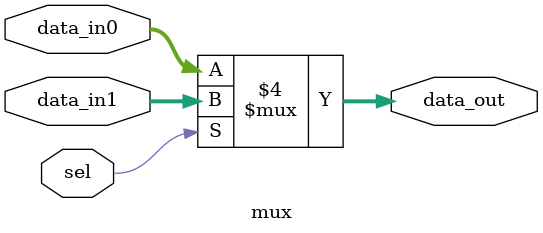
<source format=v>
`timescale 1ns / 1ps


module mux
    #(parameter DATA_WIDTH = 48)
    (
        input [DATA_WIDTH - 1:0] data_in0,
        input [DATA_WIDTH - 1:0] data_in1,
        input sel,
        output reg [DATA_WIDTH - 1:0] data_out
    );
    
    always @(*) begin
        if (sel == 1'b0)
            data_out = data_in0;
        else
            data_out = data_in1;
    end
endmodule

</source>
